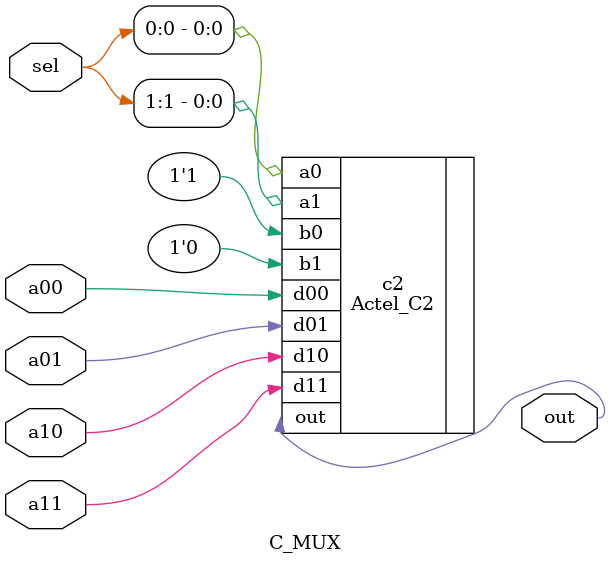
<source format=v>
module C_MUX(a00, a01, a10, a11, sel, out);

    input wire[0:0] a00, a01, a10, a11;
    input wire[1:0] sel;
    output wire[0:0] out;

    Actel_C2 c2(
        .out(out),
        .d00(a00),   .d01(a01), 
        .d10(a10),   .d11(a11), 
        .a1(sel[1]), .b1(1'b0), 
        .a0(sel[0]), .b0(1'b1)
    );

endmodule

</source>
